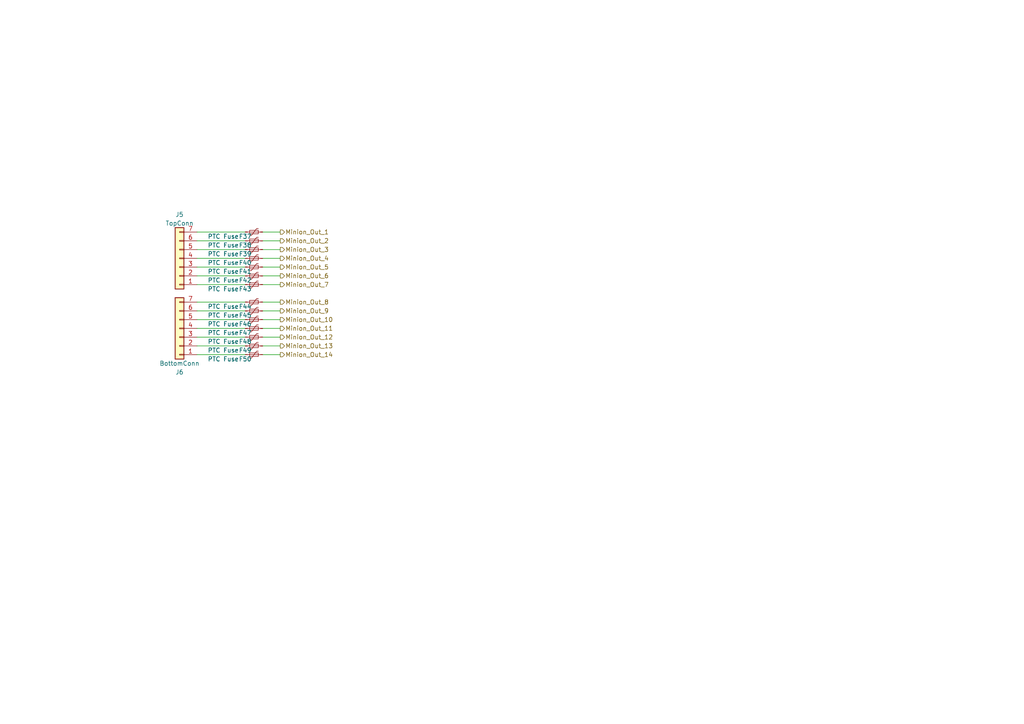
<source format=kicad_sch>
(kicad_sch (version 20231120) (generator "eeschema") (generator_version "8.0")
  (paper "A4")
  (lib_symbols
    (symbol "Connector_Generic:Conn_01x07" (pin_names (offset 1.016) hide)
      (property "Reference" "J" (at 0 10.16 0))
      (property "Value" "Conn_01x07" (at 0 -10.16 0))
      (symbol "Conn_01x07_1_1"
        (rectangle (start -1.27 -7.493) (end 0 -7.747) (stroke (width 0.1524)))
        (rectangle (start -1.27 -4.953) (end 0 -5.207) (stroke (width 0.1524)))
        (rectangle (start -1.27 -2.413) (end 0 -2.667) (stroke (width 0.1524)))
        (rectangle (start -1.27 0.127) (end 0 -0.127) (stroke (width 0.1524)))
        (rectangle (start -1.27 2.667) (end 0 2.413) (stroke (width 0.1524)))
        (rectangle (start -1.27 5.207) (end 0 4.953) (stroke (width 0.1524)))
        (rectangle (start -1.27 7.747) (end 0 7.493) (stroke (width 0.1524)))
        (rectangle (start -1.27 8.89) (end 1.27 -8.89) (stroke (width 0.254)) (fill (type background)))
        (pin passive line (at -5.08 7.62 0) (length 3.81) (name "Pin_1") (number "1"))
        (pin passive line (at -5.08 5.08 0) (length 3.81) (name "Pin_2") (number "2"))
        (pin passive line (at -5.08 2.54 0) (length 3.81) (name "Pin_3") (number "3"))
        (pin passive line (at -5.08 0 0) (length 3.81) (name "Pin_4") (number "4"))
        (pin passive line (at -5.08 -2.54 0) (length 3.81) (name "Pin_5") (number "5"))
        (pin passive line (at -5.08 -5.08 0) (length 3.81) (name "Pin_6") (number "6"))
        (pin passive line (at -5.08 -7.62 0) (length 3.81) (name "Pin_7") (number "7"))
      )
    )
    (symbol "Device:Polyfuse_Small" (pin_numbers hide) (pin_names (offset 0))
      (property "Reference" "F" (at -1.905 0 90))
      (property "Value" "Polyfuse_Small" (at 1.905 0 90))
      (symbol "Polyfuse_Small_0_1"
        (rectangle (start -0.508 1.27) (end 0.508 -1.27))
        (polyline (pts (xy 0 2.54) (xy 0 -2.54)))
        (polyline (pts (xy -1.016 1.27) (xy -1.016 0.762) (xy 1.016 -0.762) (xy 1.016 -1.27)))
      )
      (symbol "Polyfuse_Small_1_1"
        (pin passive line (at 0 2.54 270) (length 0.635) (name "~") (number "1"))
        (pin passive line (at 0 -2.54 90) (length 0.635) (name "~") (number "2"))
      )
    )
  )
  (wire (pts (xy 76.2 102.87) (xy 81.28 102.87)))
  (wire (pts (xy 57.15 92.71) (xy 71.12 92.71)))
  (wire (pts (xy 76.2 82.55) (xy 81.28 82.55)))
  (wire (pts (xy 57.15 95.25) (xy 71.12 95.25)))
  (wire (pts (xy 57.15 102.87) (xy 71.12 102.87)))
  (wire (pts (xy 76.2 92.71) (xy 81.28 92.71)))
  (wire (pts (xy 57.15 82.55) (xy 71.12 82.55)))
  (wire (pts (xy 57.15 74.93) (xy 71.12 74.93)))
  (wire (pts (xy 76.2 87.63) (xy 81.28 87.63)))
  (wire (pts (xy 57.15 97.79) (xy 71.12 97.79)))
  (wire (pts (xy 76.2 95.25) (xy 81.28 95.25)))
  (wire (pts (xy 57.15 100.33) (xy 71.12 100.33)))
  (wire (pts (xy 76.2 67.31) (xy 81.28 67.31)))
  (wire (pts (xy 76.2 100.33) (xy 81.28 100.33)))
  (wire (pts (xy 57.15 90.17) (xy 71.12 90.17)))
  (wire (pts (xy 76.2 77.47) (xy 81.28 77.47)))
  (wire (pts (xy 76.2 69.85) (xy 81.28 69.85)))
  (wire (pts (xy 76.2 97.79) (xy 81.28 97.79)))
  (wire (pts (xy 57.15 87.63) (xy 71.12 87.63)))
  (wire (pts (xy 57.15 69.85) (xy 71.12 69.85)))
  (wire (pts (xy 76.2 80.01) (xy 81.28 80.01)))
  (wire (pts (xy 76.2 72.39) (xy 81.28 72.39)))
  (wire (pts (xy 57.15 72.39) (xy 71.12 72.39)))
  (wire (pts (xy 57.15 80.01) (xy 71.12 80.01)))
  (wire (pts (xy 57.15 77.47) (xy 71.12 77.47)))
  (wire (pts (xy 57.15 67.31) (xy 71.12 67.31)))
  (wire (pts (xy 76.2 90.17) (xy 81.28 90.17)))
  (wire (pts (xy 76.2 74.93) (xy 81.28 74.93)))
  (hierarchical_label "Minion_Out_9" (shape output) (at 81.28 90.17 0))
  (hierarchical_label "Minion_Out_12" (shape output) (at 81.28 97.79 0))
  (hierarchical_label "Minion_Out_3" (shape output) (at 81.28 72.39 0))
  (hierarchical_label "Minion_Out_7" (shape output) (at 81.28 82.55 0))
  (hierarchical_label "Minion_Out_13" (shape output) (at 81.28 100.33 0))
  (hierarchical_label "Minion_Out_10" (shape output) (at 81.28 92.71 0))
  (hierarchical_label "Minion_Out_4" (shape output) (at 81.28 74.93 0))
  (hierarchical_label "Minion_Out_1" (shape output) (at 81.28 67.31 0))
  (hierarchical_label "Minion_Out_2" (shape output) (at 81.28 69.85 0))
  (hierarchical_label "Minion_Out_14" (shape output) (at 81.28 102.87 0))
  (hierarchical_label "Minion_Out_6" (shape output) (at 81.28 80.01 0))
  (hierarchical_label "Minion_Out_8" (shape output) (at 81.28 87.63 0))
  (hierarchical_label "Minion_Out_11" (shape output) (at 81.28 95.25 0))
  (hierarchical_label "Minion_Out_5" (shape output) (at 81.28 77.47 0))
  (symbol (lib_id "Device:Polyfuse_Small") (at 73.66 82.55 90) (unit 1)
    (property "Reference" "F43" (at 71.12 83.82 90))
    (property "Value" "PTC Fuse" (at 64.77 83.82 90))
    (property "Footprint" "footprints:FUSC1810X100N" (effects (hide yes)))
    (property "Description" "Resettable fuse, polymeric positive temperature coefficient, small symbol" (effects (hide yes)))
    (instances (project "BPS_Scrutineering" (path "" (reference "F43") (unit 1)) (path "" (reference "F57") (unit 1)) (path "" (reference "F71") (unit 1))))
  )
  (symbol (lib_id "Device:Polyfuse_Small") (at 73.66 77.47 90) (unit 1)
    (property "Reference" "F41" (at 71.12 78.74 90))
    (property "Value" "PTC Fuse" (at 64.77 78.74 90))
    (property "Footprint" "footprints:FUSC1810X100N" (effects (hide yes)))
    (property "Description" "Resettable fuse, polymeric positive temperature coefficient, small symbol" (effects (hide yes)))
    (instances (project "BPS_Scrutineering" (path "" (reference "F41") (unit 1)) (path "" (reference "F55") (unit 1)) (path "" (reference "F69") (unit 1))))
  )
  (symbol (lib_id "Device:Polyfuse_Small") (at 73.66 74.93 90) (unit 1)
    (property "Reference" "F40" (at 71.12 76.2 90))
    (property "Value" "PTC Fuse" (at 64.77 76.2 90))
    (property "Footprint" "footprints:FUSC1810X100N" (effects (hide yes)))
    (property "Description" "Resettable fuse, polymeric positive temperature coefficient, small symbol" (effects (hide yes)))
    (instances (project "BPS_Scrutineering" (path "" (reference "F40") (unit 1)) (path "" (reference "F54") (unit 1)) (path "" (reference "F68") (unit 1))))
  )
  (symbol (lib_id "Connector_Generic:Conn_01x07") (at 52.07 74.93 180) (unit 1)
    (property "Reference" "J5" (at 52.07 62.23 0))
    (property "Value" "TopConn" (at 52.07 64.77 0))
    (property "Footprint" "Connector_Molex:Molex_Micro-Fit_3.0_43650-0700_1x07_P3.00mm_Horizontal" (effects (hide yes)))
    (property "Description" "Generic connector, single row, 01x07, script generated (kicad-library-utils/schlib/autogen/connector/)" (effects (hide yes)))
    (instances (project "BPS_Scrutineering" (path "" (reference "J5") (unit 1)) (path "" (reference "J7") (unit 1)) (path "" (reference "J9") (unit 1))))
  )
  (symbol (lib_id "Device:Polyfuse_Small") (at 73.66 95.25 90) (unit 1)
    (property "Reference" "F47" (at 71.12 96.52 90))
    (property "Value" "PTC Fuse" (at 64.77 96.52 90))
    (property "Footprint" "footprints:FUSC1810X100N" (effects (hide yes)))
    (property "Description" "Resettable fuse, polymeric positive temperature coefficient, small symbol" (effects (hide yes)))
    (instances (project "BPS_Scrutineering" (path "" (reference "F47") (unit 1)) (path "" (reference "F61") (unit 1)) (path "" (reference "F75") (unit 1))))
  )
  (symbol (lib_id "Device:Polyfuse_Small") (at 73.66 102.87 90) (unit 1)
    (property "Reference" "F50" (at 71.12 104.14 90))
    (property "Value" "PTC Fuse" (at 64.77 104.14 90))
    (property "Footprint" "footprints:FUSC1810X100N" (effects (hide yes)))
    (property "Description" "Resettable fuse, polymeric positive temperature coefficient, small symbol" (effects (hide yes)))
    (instances (project "BPS_Scrutineering" (path "" (reference "F50") (unit 1)) (path "" (reference "F64") (unit 1)) (path "" (reference "F78") (unit 1))))
  )
  (symbol (lib_id "Device:Polyfuse_Small") (at 73.66 92.71 90) (unit 1)
    (property "Reference" "F46" (at 71.12 93.98 90))
    (property "Value" "PTC Fuse" (at 64.77 93.98 90))
    (property "Footprint" "footprints:FUSC1810X100N" (effects (hide yes)))
    (property "Description" "Resettable fuse, polymeric positive temperature coefficient, small symbol" (effects (hide yes)))
    (instances (project "BPS_Scrutineering" (path "" (reference "F46") (unit 1)) (path "" (reference "F60") (unit 1)) (path "" (reference "F74") (unit 1))))
  )
  (symbol (lib_id "Device:Polyfuse_Small") (at 73.66 69.85 90) (unit 1)
    (property "Reference" "F38" (at 71.12 71.12 90))
    (property "Value" "PTC Fuse" (at 64.77 71.12 90))
    (property "Footprint" "footprints:FUSC1810X100N" (effects (hide yes)))
    (property "Description" "Resettable fuse, polymeric positive temperature coefficient, small symbol" (effects (hide yes)))
    (instances (project "BPS_Scrutineering" (path "" (reference "F38") (unit 1)) (path "" (reference "F52") (unit 1)) (path "" (reference "F66") (unit 1))))
  )
  (symbol (lib_id "Device:Polyfuse_Small") (at 73.66 72.39 90) (unit 1)
    (property "Reference" "F39" (at 71.12 73.66 90))
    (property "Value" "PTC Fuse" (at 64.77 73.66 90))
    (property "Footprint" "footprints:FUSC1810X100N" (effects (hide yes)))
    (property "Description" "Resettable fuse, polymeric positive temperature coefficient, small symbol" (effects (hide yes)))
    (instances (project "BPS_Scrutineering" (path "" (reference "F39") (unit 1)) (path "" (reference "F53") (unit 1)) (path "" (reference "F67") (unit 1))))
  )
  (symbol (lib_id "Device:Polyfuse_Small") (at 73.66 80.01 90) (unit 1)
    (property "Reference" "F42" (at 71.12 81.28 90))
    (property "Value" "PTC Fuse" (at 64.77 81.28 90))
    (property "Footprint" "footprints:FUSC1810X100N" (effects (hide yes)))
    (property "Description" "Resettable fuse, polymeric positive temperature coefficient, small symbol" (effects (hide yes)))
    (instances (project "BPS_Scrutineering" (path "" (reference "F42") (unit 1)) (path "" (reference "F56") (unit 1)) (path "" (reference "F70") (unit 1))))
  )
  (symbol (lib_id "Device:Polyfuse_Small") (at 73.66 90.17 90) (unit 1)
    (property "Reference" "F45" (at 71.12 91.44 90))
    (property "Value" "PTC Fuse" (at 64.77 91.44 90))
    (property "Footprint" "footprints:FUSC1810X100N" (effects (hide yes)))
    (property "Description" "Resettable fuse, polymeric positive temperature coefficient, small symbol" (effects (hide yes)))
    (instances (project "BPS_Scrutineering" (path "" (reference "F45") (unit 1)) (path "" (reference "F59") (unit 1)) (path "" (reference "F73") (unit 1))))
  )
  (symbol (lib_id "Connector_Generic:Conn_01x07") (at 52.07 95.25 180) (unit 1)
    (property "Reference" "J6" (at 52.07 107.95 0))
    (property "Value" "BottomConn" (at 52.07 105.41 0))
    (property "Footprint" "Connector_Molex:Molex_Micro-Fit_3.0_43650-0700_1x07_P3.00mm_Horizontal" (effects (hide yes)))
    (property "Description" "Generic connector, single row, 01x07, script generated (kicad-library-utils/schlib/autogen/connector/)" (effects (hide yes)))
    (property "P/N" "43650-0700 " (effects (hide yes)))
    (instances (project "BPS_Scrutineering" (path "" (reference "J6") (unit 1)) (path "" (reference "J8") (unit 1)) (path "" (reference "J10") (unit 1))))
  )
  (symbol (lib_id "Device:Polyfuse_Small") (at 73.66 100.33 90) (unit 1)
    (property "Reference" "F49" (at 71.12 101.6 90))
    (property "Value" "PTC Fuse" (at 64.77 101.6 90))
    (property "Footprint" "footprints:FUSC1810X100N" (effects (hide yes)))
    (property "Description" "Resettable fuse, polymeric positive temperature coefficient, small symbol" (effects (hide yes)))
    (instances (project "BPS_Scrutineering" (path "" (reference "F49") (unit 1)) (path "" (reference "F63") (unit 1)) (path "" (reference "F77") (unit 1))))
  )
  (symbol (lib_id "Device:Polyfuse_Small") (at 73.66 67.31 90) (unit 1)
    (property "Reference" "F37" (at 71.12 68.58 90))
    (property "Value" "PTC Fuse" (at 64.77 68.58 90))
    (property "Footprint" "footprints:FUSC1810X100N" (effects (hide yes)))
    (property "Description" "Resettable fuse, polymeric positive temperature coefficient, small symbol" (effects (hide yes)))
    (instances (project "BPS_Scrutineering" (path "" (reference "F37") (unit 1)) (path "" (reference "F51") (unit 1)) (path "" (reference "F65") (unit 1))))
  )
  (symbol (lib_id "Device:Polyfuse_Small") (at 73.66 97.79 90) (unit 1)
    (property "Reference" "F48" (at 71.12 99.06 90))
    (property "Value" "PTC Fuse" (at 64.77 99.06 90))
    (property "Footprint" "footprints:FUSC1810X100N" (effects (hide yes)))
    (property "Description" "Resettable fuse, polymeric positive temperature coefficient, small symbol" (effects (hide yes)))
    (instances (project "BPS_Scrutineering" (path "" (reference "F48") (unit 1)) (path "" (reference "F62") (unit 1)) (path "" (reference "F76") (unit 1))))
  )
  (symbol (lib_id "Device:Polyfuse_Small") (at 73.66 87.63 90) (unit 1)
    (property "Reference" "F44" (at 71.12 88.9 90))
    (property "Value" "PTC Fuse" (at 64.77 88.9 90))
    (property "Footprint" "footprints:FUSC1810X100N" (effects (hide yes)))
    (property "Description" "Resettable fuse, polymeric positive temperature coefficient, small symbol" (effects (hide yes)))
    (instances (project "BPS_Scrutineering" (path "" (reference "F44") (unit 1)) (path "" (reference "F58") (unit 1)) (path "" (reference "F72") (unit 1))))
  )
)
</source>
